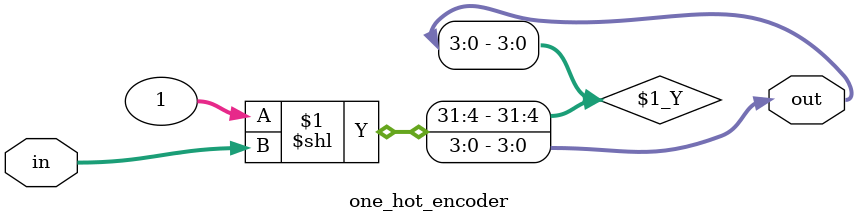
<source format=v>
`timescale 1ns / 1ps


module one_hot_encoder#(
    parameter WIDTH = 2
)(
    input  wire [WIDTH-1:0] in,
    output wire [(2**WIDTH)-1:0] out
    );
    
    assign out = 1 << in;  
endmodule

</source>
